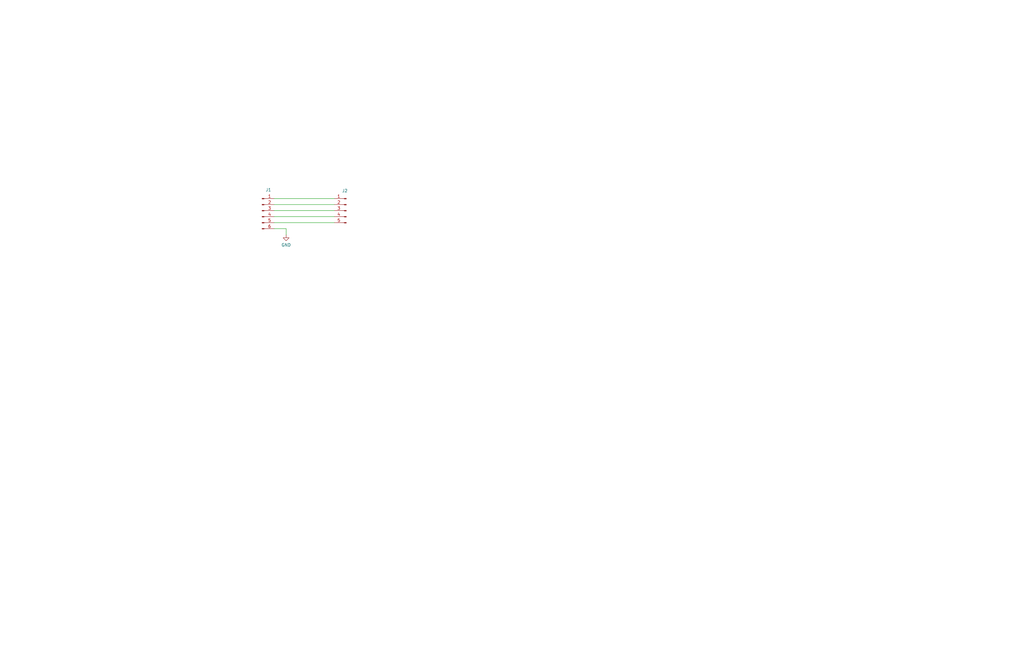
<source format=kicad_sch>
(kicad_sch (version 20210406) (generator eeschema)
  (paper "B")
  (title_block (title "OTG Connecting Flex for HAT_7.0.6") (date "2021-07-11") (rev "1.1"))
  (lib_symbols
    (symbol "Connector:Conn_01x05_Male" (pin_names (offset 1.016) hide)
      (property "Reference" "J" (at 0 7.62 0))
      (property "Value" "Conn_01x05_Male" (at 0 -7.62 0))
      (symbol "Conn_01x05_Male_1_1"
        (rectangle (start 0.8636 -4.953) (end 0 -5.207) (stroke (width 0.1524)) (fill (type outline)))
        (rectangle (start 0.8636 -2.413) (end 0 -2.667) (stroke (width 0.1524)) (fill (type outline)))
        (rectangle (start 0.8636 0.127) (end 0 -0.127) (stroke (width 0.1524)) (fill (type outline)))
        (rectangle (start 0.8636 2.667) (end 0 2.413) (stroke (width 0.1524)) (fill (type outline)))
        (rectangle (start 0.8636 5.207) (end 0 4.953) (stroke (width 0.1524)) (fill (type outline)))
        (polyline (pts (xy 1.27 -5.08) (xy 0.8636 -5.08)) (stroke (width 0.1524)))
        (polyline (pts (xy 1.27 -2.54) (xy 0.8636 -2.54)) (stroke (width 0.1524)))
        (polyline (pts (xy 1.27 0) (xy 0.8636 0)) (stroke (width 0.1524)))
        (polyline (pts (xy 1.27 2.54) (xy 0.8636 2.54)) (stroke (width 0.1524)))
        (polyline (pts (xy 1.27 5.08) (xy 0.8636 5.08)) (stroke (width 0.1524)))
        (pin passive line (at 5.08 5.08 180) (length 3.81) (name "Pin_1") (number "1"))
        (pin passive line (at 5.08 2.54 180) (length 3.81) (name "Pin_2") (number "2"))
        (pin passive line (at 5.08 0 180) (length 3.81) (name "Pin_3") (number "3"))
        (pin passive line (at 5.08 -2.54 180) (length 3.81) (name "Pin_4") (number "4"))
        (pin passive line (at 5.08 -5.08 180) (length 3.81) (name "Pin_5") (number "5"))
      )
    )
    (symbol "Connector:Conn_01x06_Male" (pin_names (offset 1.016) hide)
      (property "Reference" "J" (at 0 7.62 0))
      (property "Value" "Conn_01x06_Male" (at 0 -10.16 0))
      (symbol "Conn_01x06_Male_1_1"
        (rectangle (start 0.8636 -7.493) (end 0 -7.747) (stroke (width 0.1524)) (fill (type outline)))
        (rectangle (start 0.8636 -4.953) (end 0 -5.207) (stroke (width 0.1524)) (fill (type outline)))
        (rectangle (start 0.8636 -2.413) (end 0 -2.667) (stroke (width 0.1524)) (fill (type outline)))
        (rectangle (start 0.8636 0.127) (end 0 -0.127) (stroke (width 0.1524)) (fill (type outline)))
        (rectangle (start 0.8636 2.667) (end 0 2.413) (stroke (width 0.1524)) (fill (type outline)))
        (rectangle (start 0.8636 5.207) (end 0 4.953) (stroke (width 0.1524)) (fill (type outline)))
        (polyline (pts (xy 1.27 -7.62) (xy 0.8636 -7.62)) (stroke (width 0.1524)))
        (polyline (pts (xy 1.27 -5.08) (xy 0.8636 -5.08)) (stroke (width 0.1524)))
        (polyline (pts (xy 1.27 -2.54) (xy 0.8636 -2.54)) (stroke (width 0.1524)))
        (polyline (pts (xy 1.27 0) (xy 0.8636 0)) (stroke (width 0.1524)))
        (polyline (pts (xy 1.27 2.54) (xy 0.8636 2.54)) (stroke (width 0.1524)))
        (polyline (pts (xy 1.27 5.08) (xy 0.8636 5.08)) (stroke (width 0.1524)))
        (pin passive line (at 5.08 5.08 180) (length 3.81) (name "Pin_1") (number "1"))
        (pin passive line (at 5.08 2.54 180) (length 3.81) (name "Pin_2") (number "2"))
        (pin passive line (at 5.08 0 180) (length 3.81) (name "Pin_3") (number "3"))
        (pin passive line (at 5.08 -2.54 180) (length 3.81) (name "Pin_4") (number "4"))
        (pin passive line (at 5.08 -5.08 180) (length 3.81) (name "Pin_5") (number "5"))
        (pin passive line (at 5.08 -7.62 180) (length 3.81) (name "Pin_6") (number "6"))
      )
    )
    (symbol "power:GND" (power) (pin_names (offset 0))
      (property "Value" "GND" (at 0 -3.81 0))
      (symbol "GND_0_1"
        (polyline (pts (xy 0 0) (xy 0 -1.27) (xy 1.27 -1.27) (xy 0 -2.54) (xy -1.27 -1.27) (xy 0 -1.27)))
      )
      (symbol "GND_1_1"
        (pin power_in line (at 0 0 270) (length 0) hide (name "GND") (number "1"))
      )
    )
  )
  (wire (pts (xy 115.57 83.82) (xy 140.97 83.82)))
  (wire (pts (xy 115.57 86.36) (xy 140.97 86.36)))
  (wire (pts (xy 115.57 88.9) (xy 140.97 88.9)))
  (wire (pts (xy 115.57 91.44) (xy 140.97 91.44)))
  (wire (pts (xy 115.57 93.98) (xy 140.97 93.98)))
  (wire (pts (xy 115.57 96.52) (xy 120.65 96.52)))
  (wire (pts (xy 120.65 96.52) (xy 120.65 99.06)))
  (symbol (lib_id "power:GND") (at 120.65 99.06 0) (unit 1)
    (property "Reference" "#PWR0101" (effects hide))
    (property "Value" "GND" (at 120.65 103.3844 0))
  )
  (symbol (lib_id "Connector:Conn_01x05_Male") (at 146.05 88.9 0) (mirror y) (unit 1)
    (property "Reference" "J2" (at 144.2213 80.5191 0) (effects (justify right)))
    (property "Value" "Conn_01x05_Male" (effects hide))
    (property "Footprint" "CustomComponents:Flex termination 1x5 SFW" (effects hide))
  )
  (symbol (lib_id "Connector:Conn_01x06_Male") (at 110.49 88.9 0) (unit 1)
    (property "Reference" "J1" (at 113.1824 80.1328 0))
    (property "Value" "Conn_01x06_Male" (effects hide))
    (property "Footprint" "CustomComponents:Flex MicroUsb mate" (effects hide))
  )
)
</source>
